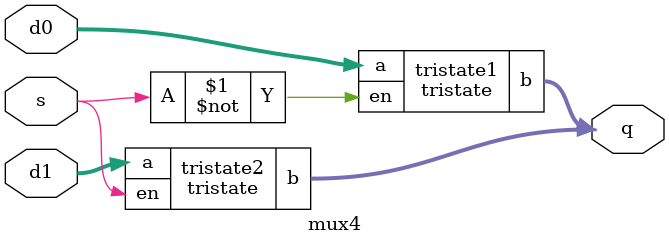
<source format=sv>

module mux1(input logic [3:0] d0, d1, input logic s, output logic [3:0] q);
  assign q = s ? d1 : d0;
endmodule

module mux2(input logic [3:0] d0, d1, d2, d3, input logic [1:0] s, output logic [3:0] q);
  logic [3:0] q0, q1;
  mux1 low_mux(d0, d1, s[0], q0);
  mux1 high_mux(d2, d3, s[0], q1);
  mux1 final_mux(q0, q1, s[1], q);
endmodule

module mux3(input logic [3:0] d0, d1, d2, d3, input logic [1:0] s, output logic [3:0] q);
  logic [3:0] q0, q1;
  assign q0 = s[0] ? d1 : d0;
  assign q1 = s[0] ? d3 : d2;
  assign q  = s[1] ? q1 : q0;
endmodule

module tristate(input logic [3:0] a, input logic en, output logic [3:0] b);
 assign b = en ? a : 4'bz;
endmodule

module mux4(input logic [3:0] d0, d1, input logic s, output logic [3:0] q);
 tristate tristate1(d0, ~s, q);
 tristate tristate2(d1, s, q);
endmodule
</source>
